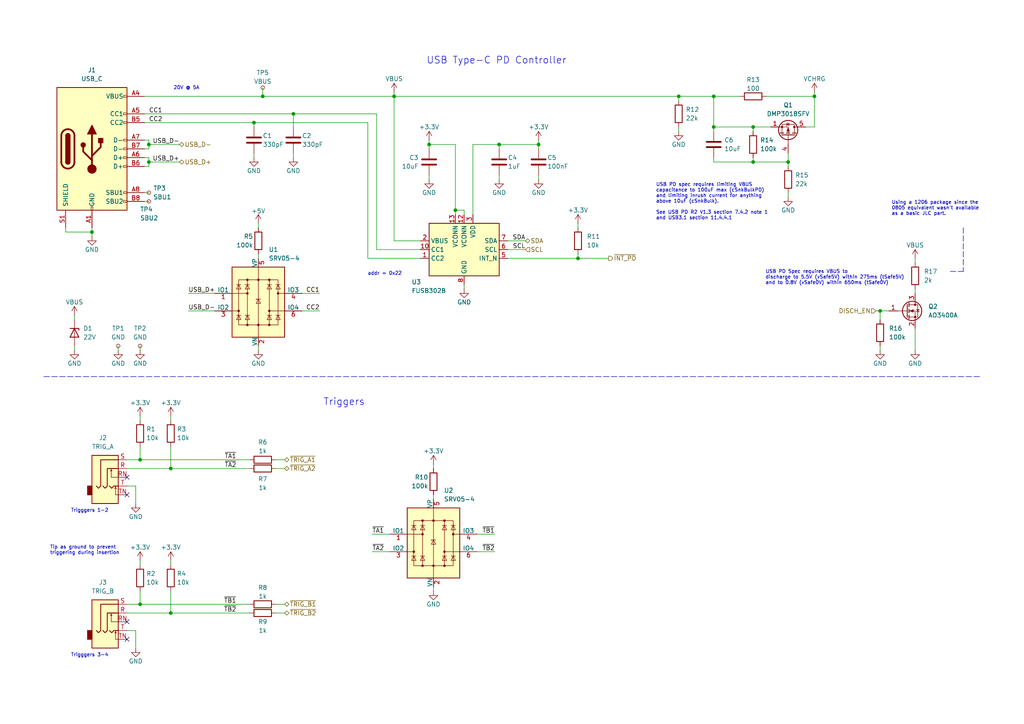
<source format=kicad_sch>
(kicad_sch (version 20231120) (generator "eeschema") (generator_version "8.0")
  (paper "A4")
  (title_block (title "SW32 - Main Board") (date "2024-05-23") (rev "1") (company "saawsm") (comment 4 "USB-PD control and external input triggers."))
  (lib_symbols
    (symbol "Connector:TestPoint_Small" (pin_numbers hide) (pin_names (offset 0.762) hide)
      (property "Reference" "TP" (at 0 3.81 0))
      (property "Value" "TestPoint_Small" (at 0 2.032 0))
      (symbol "TestPoint_Small_0_1"
        (circle (center 0 0) (radius 0.508))
      )
      (symbol "TestPoint_Small_1_1"
        (pin passive line (at 0 0 90) (length 0) (name "1") (number "1"))
      )
    )
    (symbol "Connector:USB_C_Receptacle_USB2.0_16P" (pin_names (offset 1.016))
      (property "Reference" "J" (at 0 22.225 0))
      (property "Value" "USB_C_Receptacle_USB2.0_16P" (at 0 19.685 0))
      (symbol "USB_C_Receptacle_USB2.0_16P_0_0"
        (rectangle (start -0.254 -17.78) (end 0.254 -16.764))
        (rectangle (start 10.16 -14.986) (end 9.144 -15.494))
        (rectangle (start 10.16 -12.446) (end 9.144 -12.954))
        (rectangle (start 10.16 -4.826) (end 9.144 -5.334))
        (rectangle (start 10.16 -2.286) (end 9.144 -2.794))
        (rectangle (start 10.16 0.254) (end 9.144 -0.254))
        (rectangle (start 10.16 2.794) (end 9.144 2.286))
        (rectangle (start 10.16 7.874) (end 9.144 7.366))
        (rectangle (start 10.16 10.414) (end 9.144 9.906))
        (rectangle (start 10.16 15.494) (end 9.144 14.986))
      )
      (symbol "USB_C_Receptacle_USB2.0_16P_0_1"
        (rectangle (start -10.16 17.78) (end 10.16 -17.78) (stroke (width 0.254)) (fill (type background)))
        (arc (start -8.89 -3.81) (mid -6.985 -5.7067) (end -5.08 -3.81) (stroke (width 0.508)))
        (arc (start -7.62 -3.81) (mid -6.985 -4.4423) (end -6.35 -3.81) (stroke (width 0.254)))
        (arc (start -7.62 -3.81) (mid -6.985 -4.4423) (end -6.35 -3.81) (stroke (width 0.254)) (fill (type outline)))
        (rectangle (start -7.62 -3.81) (end -6.35 3.81) (stroke (width 0.254)) (fill (type outline)))
        (arc (start -6.35 3.81) (mid -6.985 4.4423) (end -7.62 3.81) (stroke (width 0.254)))
        (arc (start -6.35 3.81) (mid -6.985 4.4423) (end -7.62 3.81) (stroke (width 0.254)) (fill (type outline)))
        (arc (start -5.08 3.81) (mid -6.985 5.7067) (end -8.89 3.81) (stroke (width 0.508)))
        (circle (center -2.54 1.143) (radius 0.635) (stroke (width 0.254)) (fill (type outline)))
        (circle (center 0 -5.842) (radius 1.27) (fill (type outline)))
        (polyline (pts (xy -8.89 -3.81) (xy -8.89 3.81)) (stroke (width 0.508)))
        (polyline (pts (xy -5.08 3.81) (xy -5.08 -3.81)) (stroke (width 0.508)))
        (polyline (pts (xy 0 -5.842) (xy 0 4.318)) (stroke (width 0.508)))
        (polyline (pts (xy 0 -3.302) (xy -2.54 -0.762) (xy -2.54 0.508)) (stroke (width 0.508)))
        (polyline (pts (xy 0 -2.032) (xy 2.54 0.508) (xy 2.54 1.778)) (stroke (width 0.508)))
        (polyline (pts (xy -1.27 4.318) (xy 0 6.858) (xy 1.27 4.318) (xy -1.27 4.318)) (stroke (width 0.254)) (fill (type outline)))
        (rectangle (start 1.905 1.778) (end 3.175 3.048) (stroke (width 0.254)) (fill (type outline)))
      )
      (symbol "USB_C_Receptacle_USB2.0_16P_1_1"
        (pin passive line (at 0 -22.86 90) (length 5.08) (name "GND") (number "A1"))
        (pin passive line (at 0 -22.86 90) (length 5.08) hide (name "GND") (number "A12"))
        (pin passive line (at 15.24 15.24 180) (length 5.08) (name "VBUS") (number "A4"))
        (pin bidirectional line (at 15.24 10.16 180) (length 5.08) (name "CC1") (number "A5"))
        (pin bidirectional line (at 15.24 -2.54 180) (length 5.08) (name "D+") (number "A6"))
        (pin bidirectional line (at 15.24 2.54 180) (length 5.08) (name "D-") (number "A7"))
        (pin bidirectional line (at 15.24 -12.7 180) (length 5.08) (name "SBU1") (number "A8"))
        (pin passive line (at 15.24 15.24 180) (length 5.08) hide (name "VBUS") (number "A9"))
        (pin passive line (at 0 -22.86 90) (length 5.08) hide (name "GND") (number "B1"))
        (pin passive line (at 0 -22.86 90) (length 5.08) hide (name "GND") (number "B12"))
        (pin passive line (at 15.24 15.24 180) (length 5.08) hide (name "VBUS") (number "B4"))
        (pin bidirectional line (at 15.24 7.62 180) (length 5.08) (name "CC2") (number "B5"))
        (pin bidirectional line (at 15.24 -5.08 180) (length 5.08) (name "D+") (number "B6"))
        (pin bidirectional line (at 15.24 0 180) (length 5.08) (name "D-") (number "B7"))
        (pin bidirectional line (at 15.24 -15.24 180) (length 5.08) (name "SBU2") (number "B8"))
        (pin passive line (at 15.24 15.24 180) (length 5.08) hide (name "VBUS") (number "B9"))
        (pin passive line (at -7.62 -22.86 90) (length 5.08) (name "SHIELD") (number "S1"))
      )
    )
    (symbol "Connector_Audio:AudioJack3_SwitchTR"
      (property "Reference" "J" (at 0 8.89 0))
      (property "Value" "AudioJack3_SwitchTR" (at 0 6.35 0))
      (symbol "AudioJack3_SwitchTR_0_1"
        (rectangle (start -5.08 -5.08) (end -6.35 -7.62) (stroke (width 0.254)) (fill (type outline)))
        (polyline (pts (xy 0.508 -0.254) (xy 0.762 -0.762)))
        (polyline (pts (xy 1.778 -5.334) (xy 2.032 -5.842)))
        (polyline (pts (xy 0 -5.08) (xy 0.635 -5.715) (xy 1.27 -5.08) (xy 2.54 -5.08)) (stroke (width 0.254)))
        (polyline (pts (xy 2.54 -7.62) (xy 1.778 -7.62) (xy 1.778 -5.334) (xy 1.524 -5.842)))
        (polyline (pts (xy 2.54 -2.54) (xy 0.508 -2.54) (xy 0.508 -0.254) (xy 0.254 -0.762)))
        (polyline (pts (xy -1.905 -5.08) (xy -1.27 -5.715) (xy -0.635 -5.08) (xy -0.635 0) (xy 2.54 0)) (stroke (width 0.254)))
        (polyline (pts (xy 2.54 2.54) (xy -2.54 2.54) (xy -2.54 -5.08) (xy -3.175 -5.715) (xy -3.81 -5.08)) (stroke (width 0.254)))
        (rectangle (start 2.54 3.81) (end -5.08 -10.16) (stroke (width 0.254)) (fill (type background)))
      )
      (symbol "AudioJack3_SwitchTR_1_1"
        (pin passive line (at 5.08 0 180) (length 2.54) (name "~") (number "R"))
        (pin passive line (at 5.08 -2.54 180) (length 2.54) (name "~") (number "RN"))
        (pin passive line (at 5.08 2.54 180) (length 2.54) (name "~") (number "S"))
        (pin passive line (at 5.08 -5.08 180) (length 2.54) (name "~") (number "T"))
        (pin passive line (at 5.08 -7.62 180) (length 2.54) (name "~") (number "TN"))
      )
    )
    (symbol "Device:C" (pin_numbers hide) (pin_names (offset 0.254))
      (property "Reference" "C" (at 0.635 2.54 0))
      (property "Value" "C" (at 0.635 -2.54 0))
      (symbol "C_0_1"
        (polyline (pts (xy -2.032 -0.762) (xy 2.032 -0.762)) (stroke (width 0.508)))
        (polyline (pts (xy -2.032 0.762) (xy 2.032 0.762)) (stroke (width 0.508)))
      )
      (symbol "C_1_1"
        (pin passive line (at 0 3.81 270) (length 2.794) (name "~") (number "1"))
        (pin passive line (at 0 -3.81 90) (length 2.794) (name "~") (number "2"))
      )
    )
    (symbol "Device:D_Zener" (pin_numbers hide) (pin_names (offset 1.016) hide)
      (property "Reference" "D" (at 0 2.54 0))
      (property "Value" "D_Zener" (at 0 -2.54 0))
      (symbol "D_Zener_0_1"
        (polyline (pts (xy 1.27 0) (xy -1.27 0)))
        (polyline (pts (xy -1.27 -1.27) (xy -1.27 1.27) (xy -0.762 1.27)) (stroke (width 0.254)))
        (polyline (pts (xy 1.27 -1.27) (xy 1.27 1.27) (xy -1.27 0) (xy 1.27 -1.27)) (stroke (width 0.254)))
      )
      (symbol "D_Zener_1_1"
        (pin passive line (at -3.81 0 0) (length 2.54) (name "K") (number "1"))
        (pin passive line (at 3.81 0 180) (length 2.54) (name "A") (number "2"))
      )
    )
    (symbol "Device:Q_NMOS_GSD" (pin_names (offset 0) hide)
      (property "Reference" "Q" (at 5.08 1.27 0))
      (property "Value" "Q_NMOS_GSD" (at 5.08 -1.27 0))
      (symbol "Q_NMOS_GSD_0_1"
        (polyline (pts (xy 0.254 0) (xy -2.54 0)))
        (polyline (pts (xy 0.254 1.905) (xy 0.254 -1.905)) (stroke (width 0.254)))
        (polyline (pts (xy 0.762 -1.27) (xy 0.762 -2.286)) (stroke (width 0.254)))
        (polyline (pts (xy 0.762 0.508) (xy 0.762 -0.508)) (stroke (width 0.254)))
        (polyline (pts (xy 0.762 2.286) (xy 0.762 1.27)) (stroke (width 0.254)))
        (polyline (pts (xy 2.54 2.54) (xy 2.54 1.778)))
        (polyline (pts (xy 2.54 -2.54) (xy 2.54 0) (xy 0.762 0)))
        (polyline (pts (xy 0.762 -1.778) (xy 3.302 -1.778) (xy 3.302 1.778) (xy 0.762 1.778)))
        (polyline (pts (xy 1.016 0) (xy 2.032 0.381) (xy 2.032 -0.381) (xy 1.016 0)) (fill (type outline)))
        (polyline (pts (xy 2.794 0.508) (xy 2.921 0.381) (xy 3.683 0.381) (xy 3.81 0.254)))
        (polyline (pts (xy 3.302 0.381) (xy 2.921 -0.254) (xy 3.683 -0.254) (xy 3.302 0.381)))
        (circle (center 1.651 0) (radius 2.794) (stroke (width 0.254)))
        (circle (center 2.54 -1.778) (radius 0.254) (fill (type outline)))
        (circle (center 2.54 1.778) (radius 0.254) (fill (type outline)))
      )
      (symbol "Q_NMOS_GSD_1_1"
        (pin input line (at -5.08 0 0) (length 2.54) (name "G") (number "1"))
        (pin passive line (at 2.54 -5.08 90) (length 2.54) (name "S") (number "2"))
        (pin passive line (at 2.54 5.08 270) (length 2.54) (name "D") (number "3"))
      )
    )
    (symbol "Device:R" (pin_numbers hide) (pin_names (offset 0))
      (property "Reference" "R" (at 2.032 0 90))
      (property "Value" "R" (at 0 0 90))
      (symbol "R_0_1"
        (rectangle (start -1.016 -2.54) (end 1.016 2.54) (stroke (width 0.254)))
      )
      (symbol "R_1_1"
        (pin passive line (at 0 3.81 270) (length 1.27) (name "~") (number "1"))
        (pin passive line (at 0 -3.81 90) (length 1.27) (name "~") (number "2"))
      )
    )
    (symbol "Interface_USB:FUSB302BMPX"
      (property "Reference" "U" (at -10.16 8.89 0))
      (property "Value" "FUSB302BMPX" (at 3.81 8.89 0))
      (symbol "FUSB302BMPX_0_1"
        (rectangle (start -10.16 7.62) (end 10.16 -7.62) (stroke (width 0.254)) (fill (type background)))
      )
      (symbol "FUSB302BMPX_1_1"
        (pin bidirectional line (at 12.7 -2.54 180) (length 2.54) (name "CC2") (number "1"))
        (pin bidirectional line (at 12.7 0 180) (length 2.54) (name "CC1") (number "10"))
        (pin bidirectional line (at 12.7 0 180) (length 2.54) hide (name "CC1") (number "11"))
        (pin power_in line (at 0 10.16 270) (length 2.54) (name "VCONN") (number "12"))
        (pin power_in line (at 2.54 10.16 270) (length 2.54) (name "VCONN") (number "13"))
        (pin bidirectional line (at 12.7 -2.54 180) (length 2.54) hide (name "CC2") (number "14"))
        (pin passive line (at 0 -10.16 90) (length 2.54) hide (name "GND") (number "15"))
        (pin input line (at 12.7 2.54 180) (length 2.54) (name "VBUS") (number "2"))
        (pin power_in line (at -2.54 10.16 270) (length 2.54) (name "VDD") (number "3"))
        (pin passive line (at -2.54 10.16 270) (length 2.54) hide (name "VDD") (number "4"))
        (pin open_collector line (at -12.7 -2.54 0) (length 2.54) (name "INT_N") (number "5"))
        (pin input line (at -12.7 0 0) (length 2.54) (name "SCL") (number "6"))
        (pin bidirectional line (at -12.7 2.54 0) (length 2.54) (name "SDA") (number "7"))
        (pin power_in line (at 0 -10.16 90) (length 2.54) (name "GND") (number "8"))
        (pin passive line (at 0 -10.16 90) (length 2.54) hide (name "GND") (number "9"))
      )
    )
    (symbol "Power_Protection:SRV05-4" (pin_names (offset 0))
      (property "Reference" "U" (at -5.08 11.43 0))
      (property "Value" "SRV05-4" (at 2.54 11.43 0))
      (symbol "SRV05-4_0_0"
        (rectangle (start -5.715 6.477) (end 5.715 -6.604))
        (polyline (pts (xy -3.175 -6.604) (xy -3.175 6.477)))
        (polyline (pts (xy 3.175 6.477) (xy 3.175 -6.604)))
      )
      (symbol "SRV05-4_0_1"
        (rectangle (start -7.62 10.16) (end 7.62 -10.16) (stroke (width 0.254)) (fill (type background)))
        (circle (center -5.715 -2.54) (radius 0.2794) (fill (type outline)))
        (circle (center -3.175 -6.604) (radius 0.2794) (fill (type outline)))
        (circle (center -3.175 2.54) (radius 0.2794) (fill (type outline)))
        (circle (center -3.175 6.477) (radius 0.2794) (fill (type outline)))
        (circle (center 0 -6.604) (radius 0.2794) (fill (type outline)))
        (polyline (pts (xy -7.747 2.54) (xy -3.175 2.54)))
        (polyline (pts (xy -7.62 -2.54) (xy -5.715 -2.54)))
        (polyline (pts (xy -5.08 -3.81) (xy -6.35 -3.81)))
        (polyline (pts (xy -5.08 5.08) (xy -6.35 5.08)))
        (polyline (pts (xy -2.54 -3.81) (xy -3.81 -3.81)))
        (polyline (pts (xy -2.54 5.08) (xy -3.81 5.08)))
        (polyline (pts (xy 0 10.16) (xy 0 -10.16)))
        (polyline (pts (xy 3.81 -3.81) (xy 2.54 -3.81)))
        (polyline (pts (xy 3.81 5.08) (xy 2.54 5.08)))
        (polyline (pts (xy 6.35 -3.81) (xy 5.08 -3.81)))
        (polyline (pts (xy 6.35 5.08) (xy 5.08 5.08)))
        (polyline (pts (xy 7.62 -2.54) (xy 3.175 -2.54)))
        (polyline (pts (xy 7.62 2.54) (xy 5.715 2.54)))
        (polyline (pts (xy 0.635 0.889) (xy -0.635 0.889) (xy -0.635 0.635)))
        (polyline (pts (xy -5.08 -5.08) (xy -6.35 -5.08) (xy -5.715 -3.81) (xy -5.08 -5.08)))
        (polyline (pts (xy -5.08 3.81) (xy -6.35 3.81) (xy -5.715 5.08) (xy -5.08 3.81)))
        (polyline (pts (xy -2.54 -5.08) (xy -3.81 -5.08) (xy -3.175 -3.81) (xy -2.54 -5.08)))
        (polyline (pts (xy -2.54 3.81) (xy -3.81 3.81) (xy -3.175 5.08) (xy -2.54 3.81)))
        (polyline (pts (xy 0.635 -0.381) (xy -0.635 -0.381) (xy 0 0.889) (xy 0.635 -0.381)))
        (polyline (pts (xy 3.81 -5.08) (xy 2.54 -5.08) (xy 3.175 -3.81) (xy 3.81 -5.08)))
        (polyline (pts (xy 3.81 3.81) (xy 2.54 3.81) (xy 3.175 5.08) (xy 3.81 3.81)))
        (polyline (pts (xy 6.35 -5.08) (xy 5.08 -5.08) (xy 5.715 -3.81) (xy 6.35 -5.08)))
        (polyline (pts (xy 6.35 3.81) (xy 5.08 3.81) (xy 5.715 5.08) (xy 6.35 3.81)))
        (circle (center 0 6.477) (radius 0.2794) (fill (type outline)))
        (circle (center 3.175 -6.604) (radius 0.2794) (fill (type outline)))
        (circle (center 3.175 -2.54) (radius 0.2794) (fill (type outline)))
        (circle (center 3.175 6.477) (radius 0.2794) (fill (type outline)))
        (circle (center 5.715 2.54) (radius 0.2794) (fill (type outline)))
      )
      (symbol "SRV05-4_1_1"
        (pin passive line (at -12.7 2.54 0) (length 5.08) (name "IO1") (number "1"))
        (pin passive line (at 0 -12.7 90) (length 2.54) (name "VN") (number "2"))
        (pin passive line (at -12.7 -2.54 0) (length 5.08) (name "IO2") (number "3"))
        (pin passive line (at 12.7 2.54 180) (length 5.08) (name "IO3") (number "4"))
        (pin passive line (at 0 12.7 270) (length 2.54) (name "VP") (number "5"))
        (pin passive line (at 12.7 -2.54 180) (length 5.08) (name "IO4") (number "6"))
      )
    )
    (symbol "Transistor_FET:DMP3013SFV" (pin_names hide)
      (property "Reference" "Q" (at 5.08 1.905 0))
      (property "Value" "DMP3013SFV" (at 5.08 0 0))
      (symbol "DMP3013SFV_0_1"
        (polyline (pts (xy 0.254 0) (xy -2.54 0)))
        (polyline (pts (xy 0.254 1.905) (xy 0.254 -1.905)) (stroke (width 0.254)))
        (polyline (pts (xy 0.762 -1.27) (xy 0.762 -2.286)) (stroke (width 0.254)))
        (polyline (pts (xy 0.762 0.508) (xy 0.762 -0.508)) (stroke (width 0.254)))
        (polyline (pts (xy 0.762 2.286) (xy 0.762 1.27)) (stroke (width 0.254)))
        (polyline (pts (xy 2.54 2.54) (xy 2.54 1.778)))
        (polyline (pts (xy 2.54 -2.54) (xy 2.54 0) (xy 0.762 0)))
        (polyline (pts (xy 0.762 1.778) (xy 3.302 1.778) (xy 3.302 -1.778) (xy 0.762 -1.778)))
        (polyline (pts (xy 2.286 0) (xy 1.27 0.381) (xy 1.27 -0.381) (xy 2.286 0)) (fill (type outline)))
        (polyline (pts (xy 2.794 -0.508) (xy 2.921 -0.381) (xy 3.683 -0.381) (xy 3.81 -0.254)))
        (polyline (pts (xy 3.302 -0.381) (xy 2.921 0.254) (xy 3.683 0.254) (xy 3.302 -0.381)))
        (circle (center 1.651 0) (radius 2.794) (stroke (width 0.254)))
        (circle (center 2.54 -1.778) (radius 0.254) (fill (type outline)))
        (circle (center 2.54 1.778) (radius 0.254) (fill (type outline)))
      )
      (symbol "DMP3013SFV_1_1"
        (pin passive line (at 2.54 -5.08 90) (length 2.54) (name "S") (number "1"))
        (pin passive line (at 2.54 -5.08 90) (length 2.54) hide (name "S") (number "2"))
        (pin passive line (at 2.54 -5.08 90) (length 2.54) hide (name "S") (number "3"))
        (pin passive line (at -5.08 0 0) (length 2.54) (name "G") (number "4"))
        (pin passive line (at 2.54 5.08 270) (length 2.54) (name "D") (number "5"))
      )
    )
    (symbol "power:+3.3V" (power) (pin_numbers hide) (pin_names (offset 0) hide)
      (property "Value" "+3.3V" (at 0 3.556 0))
      (symbol "+3.3V_0_1"
        (polyline (pts (xy -0.762 1.27) (xy 0 2.54)))
        (polyline (pts (xy 0 0) (xy 0 2.54)))
        (polyline (pts (xy 0 2.54) (xy 0.762 1.27)))
      )
      (symbol "+3.3V_1_1"
        (pin power_in line (at 0 0 90) (length 0) (name "~") (number "1"))
      )
    )
    (symbol "power:+5V" (power) (pin_numbers hide) (pin_names (offset 0) hide)
      (property "Value" "+5V" (at 0 3.556 0))
      (symbol "+5V_0_1"
        (polyline (pts (xy -0.762 1.27) (xy 0 2.54)))
        (polyline (pts (xy 0 0) (xy 0 2.54)))
        (polyline (pts (xy 0 2.54) (xy 0.762 1.27)))
      )
      (symbol "+5V_1_1"
        (pin power_in line (at 0 0 90) (length 0) (name "~") (number "1"))
      )
    )
    (symbol "power:GND" (power) (pin_numbers hide) (pin_names (offset 0) hide)
      (property "Value" "GND" (at 0 -3.81 0))
      (symbol "GND_0_1"
        (polyline (pts (xy 0 0) (xy 0 -1.27) (xy 1.27 -1.27) (xy 0 -2.54) (xy -1.27 -1.27) (xy 0 -1.27)))
      )
      (symbol "GND_1_1"
        (pin power_in line (at 0 0 270) (length 0) (name "~") (number "1"))
      )
    )
    (symbol "power:PWR_FLAG" (power) (pin_numbers hide) (pin_names (offset 0) hide)
      (property "Value" "PWR_FLAG" (at 0 3.81 0))
      (symbol "PWR_FLAG_0_0"
        (pin power_out line (at 0 0 90) (length 0) (name "~") (number "1"))
      )
      (symbol "PWR_FLAG_0_1"
        (polyline (pts (xy 0 0) (xy 0 1.27) (xy -1.016 1.905) (xy 0 2.54) (xy 1.016 1.905) (xy 0 1.27)))
      )
    )
    (symbol "power:VBUS" (power) (pin_numbers hide) (pin_names (offset 0) hide)
      (property "Value" "VBUS" (at 0 3.556 0))
      (symbol "VBUS_0_1"
        (polyline (pts (xy -0.762 1.27) (xy 0 2.54)))
        (polyline (pts (xy 0 0) (xy 0 2.54)))
        (polyline (pts (xy 0 2.54) (xy 0.762 1.27)))
      )
      (symbol "VBUS_1_1"
        (pin power_in line (at 0 0 90) (length 0) (name "~") (number "1"))
      )
    )
  )
  (junction (at 132.08 60.96))
  (junction (at 167.64 74.93))
  (junction (at 144.78 41.91))
  (junction (at 196.85 27.94))
  (junction (at 43.18 46.99))
  (junction (at 218.44 36.83))
  (junction (at 40.64 133.35))
  (junction (at 43.18 41.91))
  (junction (at 228.6 46.99))
  (junction (at 236.22 27.94))
  (junction (at 207.01 36.83))
  (junction (at 85.09 33.02))
  (junction (at 156.21 41.91))
  (junction (at 40.64 175.26))
  (junction (at 26.67 67.31))
  (junction (at 124.46 41.91))
  (junction (at 49.53 177.8))
  (junction (at 218.44 46.99))
  (junction (at 207.01 27.94))
  (junction (at 255.27 90.17))
  (junction (at 49.53 135.89))
  (junction (at 73.66 35.56))
  (junction (at 114.3 27.94))
  (junction (at 76.2 27.94))
  (no_connect (at 36.83 143.51))
  (no_connect (at 36.83 138.43))
  (no_connect (at 36.83 185.42))
  (no_connect (at 36.83 180.34))
  (wire (pts (xy 40.64 171.45) (xy 40.64 175.26)))
  (wire (pts (xy 26.67 68.58) (xy 26.67 67.31)))
  (wire (pts (xy 228.6 55.88) (xy 228.6 57.15)))
  (wire (pts (xy 265.43 95.25) (xy 265.43 101.6)))
  (wire (pts (xy 218.44 36.83) (xy 223.52 36.83)))
  (wire (pts (xy 144.78 52.07) (xy 144.78 50.8)))
  (wire (pts (xy 255.27 100.33) (xy 255.27 101.6)))
  (wire (pts (xy 255.27 90.17) (xy 255.27 92.71)))
  (wire (pts (xy 21.59 101.6) (xy 21.59 100.33)))
  (wire (pts (xy 87.63 90.17) (xy 92.71 90.17)))
  (wire (pts (xy 41.91 43.18) (xy 43.18 43.18)))
  (wire (pts (xy 36.83 133.35) (xy 40.64 133.35)))
  (wire (pts (xy 114.3 26.67) (xy 114.3 27.94)))
  (wire (pts (xy 114.3 69.85) (xy 114.3 27.94)))
  (wire (pts (xy 196.85 27.94) (xy 207.01 27.94)))
  (wire (pts (xy 80.01 135.89) (xy 82.55 135.89)))
  (wire (pts (xy 39.37 182.88) (xy 36.83 182.88)))
  (wire (pts (xy 124.46 41.91) (xy 132.08 41.91)))
  (wire (pts (xy 156.21 52.07) (xy 156.21 50.8)))
  (wire (pts (xy 74.93 73.66) (xy 74.93 74.93)))
  (wire (pts (xy 43.18 40.64) (xy 43.18 41.91)))
  (wire (pts (xy 76.2 25.4) (xy 76.2 27.94)))
  (wire (pts (xy 41.91 35.56) (xy 73.66 35.56)))
  (wire (pts (xy 222.25 27.94) (xy 236.22 27.94)))
  (wire (pts (xy 125.73 143.51) (xy 125.73 144.78)))
  (wire (pts (xy 43.18 41.91) (xy 52.07 41.91)))
  (wire (pts (xy 143.51 160.02) (xy 138.43 160.02)))
  (wire (pts (xy 138.43 154.94) (xy 143.51 154.94)))
  (wire (pts (xy 218.44 219.71) (xy 218.44 218.44)))
  (wire (pts (xy 74.93 64.77) (xy 74.93 66.04)))
  (wire (pts (xy 114.3 27.94) (xy 196.85 27.94)))
  (wire (pts (xy 41.91 45.72) (xy 43.18 45.72)))
  (wire (pts (xy 265.43 83.82) (xy 265.43 85.09)))
  (wire (pts (xy 218.44 45.72) (xy 218.44 46.99)))
  (wire (pts (xy 236.22 36.83) (xy 233.68 36.83)))
  (wire (pts (xy 114.3 69.85) (xy 121.92 69.85)))
  (wire (pts (xy 134.62 83.82) (xy 134.62 82.55)))
  (wire (pts (xy 49.53 177.8) (xy 72.39 177.8)))
  (wire (pts (xy 49.53 129.54) (xy 49.53 135.89)))
  (wire (pts (xy 49.53 162.56) (xy 49.53 163.83)))
  (wire (pts (xy 167.64 74.93) (xy 176.53 74.93)))
  (wire (pts (xy 73.66 44.45) (xy 73.66 45.72)))
  (wire (pts (xy 107.95 154.94) (xy 113.03 154.94)))
  (polyline (pts (xy 279.4 66.04) (xy 279.4 78.74)) (stroke (width 0) (type dash)))
  (wire (pts (xy 228.6 44.45) (xy 228.6 46.99)))
  (wire (pts (xy 39.37 146.05) (xy 39.37 140.97)))
  (wire (pts (xy 85.09 33.02) (xy 109.22 33.02)))
  (wire (pts (xy 167.64 64.77) (xy 167.64 66.04)))
  (wire (pts (xy 254 90.17) (xy 255.27 90.17)))
  (wire (pts (xy 40.64 120.65) (xy 40.64 121.92)))
  (wire (pts (xy 76.2 27.94) (xy 114.3 27.94)))
  (wire (pts (xy 36.83 135.89) (xy 49.53 135.89)))
  (wire (pts (xy 167.64 73.66) (xy 167.64 74.93)))
  (wire (pts (xy 125.73 171.45) (xy 125.73 170.18)))
  (wire (pts (xy 256.54 219.71) (xy 256.54 218.44)))
  (wire (pts (xy 132.08 41.91) (xy 132.08 60.96)))
  (wire (pts (xy 41.91 40.64) (xy 43.18 40.64)))
  (wire (pts (xy 228.6 46.99) (xy 228.6 48.26)))
  (wire (pts (xy 34.29 101.6) (xy 34.29 100.33)))
  (wire (pts (xy 207.01 36.83) (xy 218.44 36.83)))
  (wire (pts (xy 236.22 26.67) (xy 236.22 27.94)))
  (wire (pts (xy 144.78 41.91) (xy 144.78 43.18)))
  (wire (pts (xy 26.67 66.04) (xy 26.67 67.31)))
  (wire (pts (xy 36.83 177.8) (xy 49.53 177.8)))
  (wire (pts (xy 73.66 36.83) (xy 73.66 35.56)))
  (wire (pts (xy 137.16 41.91) (xy 144.78 41.91)))
  (wire (pts (xy 132.08 60.96) (xy 132.08 62.23)))
  (wire (pts (xy 106.68 35.56) (xy 106.68 74.93)))
  (wire (pts (xy 80.01 133.35) (xy 82.55 133.35)))
  (wire (pts (xy 245.11 218.44) (xy 245.11 219.71)))
  (wire (pts (xy 147.32 72.39) (xy 152.4 72.39)))
  (wire (pts (xy 19.05 67.31) (xy 26.67 67.31)))
  (wire (pts (xy 196.85 36.83) (xy 196.85 38.1)))
  (wire (pts (xy 125.73 134.62) (xy 125.73 135.89)))
  (wire (pts (xy 124.46 43.18) (xy 124.46 41.91)))
  (wire (pts (xy 80.01 177.8) (xy 82.55 177.8)))
  (wire (pts (xy 218.44 36.83) (xy 218.44 38.1)))
  (wire (pts (xy 87.63 85.09) (xy 92.71 85.09)))
  (wire (pts (xy 106.68 74.93) (xy 121.92 74.93)))
  (wire (pts (xy 41.91 58.42) (xy 43.18 58.42)))
  (wire (pts (xy 265.43 74.93) (xy 265.43 76.2)))
  (wire (pts (xy 144.78 41.91) (xy 156.21 41.91)))
  (wire (pts (xy 40.64 162.56) (xy 40.64 163.83)))
  (wire (pts (xy 43.18 48.26) (xy 41.91 48.26)))
  (wire (pts (xy 207.01 27.94) (xy 207.01 36.83)))
  (wire (pts (xy 236.22 27.94) (xy 236.22 36.83)))
  (wire (pts (xy 40.64 129.54) (xy 40.64 133.35)))
  (polyline (pts (xy 12.7 109.22) (xy 284.48 109.22)) (stroke (width 0) (type dash)))
  (wire (pts (xy 49.53 120.65) (xy 49.53 121.92)))
  (wire (pts (xy 207.01 36.83) (xy 207.01 38.1)))
  (wire (pts (xy 196.85 27.94) (xy 196.85 29.21)))
  (wire (pts (xy 41.91 55.88) (xy 43.18 55.88)))
  (wire (pts (xy 124.46 52.07) (xy 124.46 50.8)))
  (wire (pts (xy 54.61 85.09) (xy 62.23 85.09)))
  (wire (pts (xy 109.22 72.39) (xy 121.92 72.39)))
  (wire (pts (xy 207.01 46.99) (xy 218.44 46.99)))
  (wire (pts (xy 124.46 40.64) (xy 124.46 41.91)))
  (wire (pts (xy 36.83 175.26) (xy 40.64 175.26)))
  (wire (pts (xy 147.32 69.85) (xy 152.4 69.85)))
  (wire (pts (xy 43.18 46.99) (xy 52.07 46.99)))
  (wire (pts (xy 85.09 44.45) (xy 85.09 45.72)))
  (wire (pts (xy 147.32 74.93) (xy 167.64 74.93)))
  (wire (pts (xy 39.37 140.97) (xy 36.83 140.97)))
  (wire (pts (xy 134.62 60.96) (xy 134.62 62.23)))
  (wire (pts (xy 85.09 33.02) (xy 85.09 36.83)))
  (wire (pts (xy 214.63 27.94) (xy 207.01 27.94)))
  (wire (pts (xy 137.16 41.91) (xy 137.16 62.23)))
  (wire (pts (xy 156.21 40.64) (xy 156.21 41.91)))
  (wire (pts (xy 255.27 90.17) (xy 257.81 90.17)))
  (wire (pts (xy 54.61 90.17) (xy 62.23 90.17)))
  (wire (pts (xy 43.18 46.99) (xy 43.18 48.26)))
  (wire (pts (xy 40.64 101.6) (xy 40.64 100.33)))
  (wire (pts (xy 109.22 72.39) (xy 109.22 33.02)))
  (wire (pts (xy 229.87 219.71) (xy 229.87 218.44)))
  (polyline (pts (xy 275.59 78.74) (xy 279.4 78.74)) (stroke (width 0) (type dash)))
  (wire (pts (xy 49.53 135.89) (xy 72.39 135.89)))
  (wire (pts (xy 19.05 66.04) (xy 19.05 67.31)))
  (wire (pts (xy 40.64 175.26) (xy 72.39 175.26)))
  (wire (pts (xy 73.66 35.56) (xy 106.68 35.56)))
  (wire (pts (xy 207.01 45.72) (xy 207.01 46.99)))
  (wire (pts (xy 41.91 33.02) (xy 85.09 33.02)))
  (wire (pts (xy 74.93 101.6) (xy 74.93 100.33)))
  (wire (pts (xy 43.18 45.72) (xy 43.18 46.99)))
  (wire (pts (xy 80.01 175.26) (xy 82.55 175.26)))
  (wire (pts (xy 43.18 41.91) (xy 43.18 43.18)))
  (wire (pts (xy 21.59 91.44) (xy 21.59 92.71)))
  (wire (pts (xy 134.62 60.96) (xy 132.08 60.96)))
  (wire (pts (xy 49.53 171.45) (xy 49.53 177.8)))
  (wire (pts (xy 218.44 219.71) (xy 229.87 219.71)))
  (wire (pts (xy 40.64 133.35) (xy 72.39 133.35)))
  (wire (pts (xy 228.6 46.99) (xy 218.44 46.99)))
  (wire (pts (xy 41.91 27.94) (xy 76.2 27.94)))
  (wire (pts (xy 107.95 160.02) (xy 113.03 160.02)))
  (wire (pts (xy 156.21 43.18) (xy 156.21 41.91)))
  (wire (pts (xy 245.11 219.71) (xy 256.54 219.71)))
  (wire (pts (xy 39.37 187.96) (xy 39.37 182.88)))
  (text "USB Type-C PD Controller" (at 144.018 18.796 0) (effects (font (size 2 2)) (justify bottom)))
  (text "Triggers" (at 99.822 117.856 0) (effects (font (size 2 2)) (justify bottom)))
  (text "Trigggers 3-4" (at 31.496 189.484 0) (effects (font (size 1 1)) (justify right top)))
  (text "20V @ 5A" (at 50.292 26.162 0) (effects (font (size 1 1)) (justify left bottom)))
  (text "USB PD spec requires limiting VBUS \ncapacitance to 100uF max (cSnkBulkPD) \nand limiting inrush current for anything \nabove 10uF (cSnkBulk).\n\nSee USB PD R2 V1.3 section 7.4.2 note 1\nand USB3.1 section 11.4.4.1 \n" (at 190.246 53.086 0) (effects (font (size 1 1)) (justify left top)))
  (text "Tip as ground to prevent\ntriggering during insertion" (at 14.478 158.242 0) (effects (font (size 1 1)) (justify left top)))
  (text "Using a 1206 package since the\n0805 equivalent wasn't available \nas a basic JLC part." (at 258.572 60.452 0) (effects (font (size 1 1)) (justify left)))
  (text "USB PD Spec requires VBUS to \ndischarge to 5.5V (vSafe5V) within 275ms (tSafe5V)\nand to 0.8V (vSafe0V) within 650ms (tSafe0V)" (at 221.996 80.518 0) (effects (font (size 1 1)) (justify left)))
  (text "addr = 0x22" (at 116.586 80.01 0) (effects (font (size 1 1)) (justify right bottom)))
  (text "Trigggers 1-2" (at 31.496 147.574 0) (effects (font (size 1 1)) (justify right top)))
  (label "~{TA2}" (at 68.58 135.89 180))
  (label "SCL" (at 152.4 72.39 180))
  (label "SDA" (at 152.4 69.85 180))
  (label "USB_D+" (at 54.61 85.09 0))
  (label "~{TA2}" (at 107.95 160.02 0))
  (label "USB_D+" (at 52.07 46.99 180))
  (label "CC1" (at 43.18 33.02 0))
  (label "CC2" (at 92.71 90.17 180))
  (label "CC2" (at 43.18 35.56 0))
  (label "~{TB2}" (at 68.58 177.8 180))
  (label "~{TA1}" (at 107.95 154.94 0))
  (label "USB_D-" (at 54.61 90.17 0))
  (label "~{TB2}" (at 143.51 160.02 180))
  (label "USB_D-" (at 52.07 41.91 180))
  (label "~{TB1}" (at 143.51 154.94 180))
  (label "CC1" (at 92.71 85.09 180))
  (label "~{TA1}" (at 68.58 133.35 180))
  (label "~{TB1}" (at 68.58 175.26 180))
  (hierarchical_label "USB_D+" (shape bidirectional) (at 52.07 46.99 0))
  (hierarchical_label "~{TRIG_A2}" (shape bidirectional) (at 82.55 135.89 0))
  (hierarchical_label "~{TRIG_B2}" (shape bidirectional) (at 82.55 177.8 0))
  (hierarchical_label "~{INT_PD}" (shape output) (at 176.53 74.93 0))
  (hierarchical_label "USB_D-" (shape bidirectional) (at 52.07 41.91 0))
  (hierarchical_label "~{TRIG_B1}" (shape bidirectional) (at 82.55 175.26 0))
  (hierarchical_label "DISCH_EN" (shape input) (at 254 90.17 180))
  (hierarchical_label "SDA" (shape bidirectional) (at 152.4 69.85 0))
  (hierarchical_label "SCL" (shape input) (at 152.4 72.39 0))
  (hierarchical_label "~{TRIG_A1}" (shape bidirectional) (at 82.55 133.35 0))
  (symbol (lib_id "power:VBUS") (at 114.3 26.67 0) (unit 1)
    (property "Reference" "#PWR016" (effects (hide yes)))
    (property "Value" "VBUS" (at 114.3 22.86 0))
    (property "Description" "Power symbol creates a global label with name \"VBUS\"" (effects (hide yes)))
  )
  (symbol (lib_id "power:+3.3V") (at 49.53 162.56 0) (unit 1)
    (property "Reference" "#PWR011" (effects (hide yes)))
    (property "Value" "+3.3V" (at 49.53 158.75 0))
    (property "Description" "Power symbol creates a global label with name \"+3.3V\"" (effects (hide yes)))
  )
  (symbol (lib_id "Connector:TestPoint_Small") (at 43.18 58.42 0) (mirror y) (unit 1) (in_bom no)
    (property "Reference" "TP4" (at 40.64 60.706 0) (effects (justify right)))
    (property "Value" "SBU2" (at 40.64 63.246 0) (effects (justify right)))
    (property "Footprint" "TestPoint:TestPoint_Pad_D1.0mm" (effects (hide yes)))
    (property "Description" "test point" (effects (hide yes)))
  )
  (symbol (lib_id "power:GND") (at 144.78 52.07 0) (unit 1)
    (property "Reference" "#PWR022" (effects (hide yes)))
    (property "Value" "GND" (at 144.78 55.88 0))
    (property "Description" "Power symbol creates a global label with name \"GND\" , ground" (effects (hide yes)))
  )
  (symbol (lib_id "Transistor_FET:DMP3013SFV") (at 228.6 39.37 270) (mirror x) (unit 1)
    (property "Reference" "Q1" (at 228.6 30.48 90))
    (property "Value" "DMP3018SFV" (at 228.6 33.02 90))
    (property "Footprint" "Package_SON:Diodes_PowerDI3333-8" (effects (hide yes)))
    (property "Datasheet" "https://www.diodes.com/assets/Datasheets/DMP3018SFV.pdf" (effects (hide yes)))
    (property "Description" "-30A Id, -30V Vds, P-Channel Power MOSFET, 21mOhm Ron, Qg (typ) 28 nC, PowerDI3333-8" (effects (hide yes)))
    (property "JLC" "C461075" (effects (hide yes)))
  )
  (symbol (lib_id "Device:R") (at 76.2 177.8 90) (unit 1)
    (property "Reference" "R9" (at 76.2 180.34 90))
    (property "Value" "1k" (at 76.2 182.88 90))
    (property "Footprint" "Resistor_SMD:R_0603_1608Metric" (effects (hide yes)))
    (property "Datasheet" "https://www.lcsc.com/datasheet/lcsc_datasheet_2206010130_UNI-ROYAL-Uniroyal-Elec-0603WAF1001T5E_C21190.pdf" (effects (hide yes)))
    (property "Description" "Resistor" (effects (hide yes)))
    (property "JLC" "C21190" (effects (hide yes)))
  )
  (symbol (lib_id "Connector_Audio:AudioJack3_SwitchTR") (at 31.75 177.8 0) (unit 1)
    (property "Reference" "J3" (at 29.845 168.91 0))
    (property "Value" "TRIG_B" (at 29.845 171.45 0))
    (property "Footprint" "SaawLib:PJ-3062-CO" (effects (hide yes)))
    (property "Description" "Audio Jack, 3 Poles (Stereo / TRS), Switched TR Poles (Normalling)" (effects (hide yes)))
    (property "LCSC" "C319113" (effects (hide yes)))
  )
  (symbol (lib_id "Device:R") (at 76.2 175.26 90) (unit 1)
    (property "Reference" "R8" (at 76.2 170.434 90))
    (property "Value" "1k" (at 76.2 172.974 90))
    (property "Footprint" "Resistor_SMD:R_0603_1608Metric" (effects (hide yes)))
    (property "Datasheet" "https://www.lcsc.com/datasheet/lcsc_datasheet_2206010130_UNI-ROYAL-Uniroyal-Elec-0603WAF1001T5E_C21190.pdf" (effects (hide yes)))
    (property "Description" "Resistor" (effects (hide yes)))
    (property "JLC" "C21190" (effects (hide yes)))
  )
  (symbol (lib_id "Device:C") (at 85.09 40.64 0) (unit 1)
    (property "Reference" "C2" (at 87.63 39.37 0) (effects (justify left)))
    (property "Value" "330pF" (at 87.63 41.91 0) (effects (justify left)))
    (property "Footprint" "Capacitor_SMD:C_0603_1608Metric" (effects (hide yes)))
    (property "Datasheet" "https://www.lcsc.com/datasheet/lcsc_datasheet_2304140030_Samsung-Electro-Mechanics-CL10C331JB8NNNC_C1664.pdf" (effects (hide yes)))
    (property "Description" "Unpolarized capacitor" (effects (hide yes)))
    (property "JLC" "C1664" (effects (hide yes)))
  )
  (symbol (lib_id "Device:R") (at 167.64 69.85 180) (unit 1)
    (property "Reference" "R11" (at 170.18 68.5799 0) (effects (justify right)))
    (property "Value" "10k" (at 170.18 71.1199 0) (effects (justify right)))
    (property "Footprint" "Resistor_SMD:R_0603_1608Metric" (effects (hide yes)))
    (property "Datasheet" "https://www.lcsc.com/datasheet/lcsc_datasheet_2206010045_UNI-ROYAL-Uniroyal-Elec-0603WAF1002T5E_C25804.pdf" (effects (hide yes)))
    (property "Description" "Resistor" (effects (hide yes)))
    (property "JLC" "C25804" (effects (hide yes)))
  )
  (symbol (lib_id "Device:R") (at 218.44 27.94 90) (unit 1)
    (property "Reference" "R13" (at 218.44 23.114 90))
    (property "Value" "100" (at 218.44 25.654 90))
    (property "Footprint" "Resistor_SMD:R_1206_3216Metric" (effects (hide yes)))
    (property "Datasheet" "https://www.lcsc.com/datasheet/lcsc_datasheet_2206010145_UNI-ROYAL-Uniroyal-Elec-1206W4F1000T5E_C17901.pdf" (effects (hide yes)))
    (property "Description" "Resistor" (effects (hide yes)))
    (property "JLC" "C17901" (effects (hide yes)))
  )
  (symbol (lib_id "Device:R") (at 40.64 167.64 180) (unit 1)
    (property "Reference" "R2" (at 42.418 166.37 0) (effects (justify right)))
    (property "Value" "10k" (at 42.418 168.91 0) (effects (justify right)))
    (property "Footprint" "Resistor_SMD:R_0603_1608Metric" (effects (hide yes)))
    (property "Datasheet" "https://www.lcsc.com/datasheet/lcsc_datasheet_2206010045_UNI-ROYAL-Uniroyal-Elec-0603WAF1002T5E_C25804.pdf" (effects (hide yes)))
    (property "Description" "Resistor" (effects (hide yes)))
    (property "JLC" "C25804" (effects (hide yes)))
  )
  (symbol (lib_id "Device:R") (at 40.64 125.73 180) (unit 1)
    (property "Reference" "R1" (at 42.418 124.46 0) (effects (justify right)))
    (property "Value" "10k" (at 42.418 127 0) (effects (justify right)))
    (property "Footprint" "Resistor_SMD:R_0603_1608Metric" (effects (hide yes)))
    (property "Datasheet" "https://www.lcsc.com/datasheet/lcsc_datasheet_2206010045_UNI-ROYAL-Uniroyal-Elec-0603WAF1002T5E_C25804.pdf" (effects (hide yes)))
    (property "Description" "Resistor" (effects (hide yes)))
    (property "JLC" "C25804" (effects (hide yes)))
  )
  (symbol (lib_id "Device:R") (at 49.53 125.73 180) (unit 1)
    (property "Reference" "R3" (at 51.308 124.46 0) (effects (justify right)))
    (property "Value" "10k" (at 51.308 127 0) (effects (justify right)))
    (property "Footprint" "Resistor_SMD:R_0603_1608Metric" (effects (hide yes)))
    (property "Datasheet" "https://www.lcsc.com/datasheet/lcsc_datasheet_2206010045_UNI-ROYAL-Uniroyal-Elec-0603WAF1002T5E_C25804.pdf" (effects (hide yes)))
    (property "Description" "Resistor" (effects (hide yes)))
    (property "JLC" "C25804" (effects (hide yes)))
  )
  (symbol (lib_id "Device:Q_NMOS_GSD") (at 262.89 90.17 0) (unit 1)
    (property "Reference" "Q2" (at 269.24 88.8999 0) (effects (justify left)))
    (property "Value" "AO3400A" (at 269.24 91.4399 0) (effects (justify left)))
    (property "Footprint" "Package_TO_SOT_SMD:SOT-23" (effects (hide yes)))
    (property "Datasheet" "https://www.lcsc.com/datasheet/lcsc_datasheet_1811081213_Alpha---Omega-Semicon-AO3400A_C20917.pdf" (effects (hide yes)))
    (property "Description" "5.7A Id, 30V Vds, N-Channel MOSFET, 48 mOhm Ron, SOT-23" (effects (hide yes)))
    (property "JLC" "C20917" (effects (hide yes)))
  )
  (symbol (lib_id "power:GND") (at 156.21 52.07 0) (unit 1)
    (property "Reference" "#PWR024" (effects (hide yes)))
    (property "Value" "GND" (at 156.21 55.88 0))
    (property "Description" "Power symbol creates a global label with name \"GND\" , ground" (effects (hide yes)))
  )
  (symbol (lib_id "power:GND") (at 34.29 101.6 0) (unit 1)
    (property "Reference" "#PWR04" (effects (hide yes)))
    (property "Value" "GND" (at 34.29 105.41 0))
    (property "Description" "Power symbol creates a global label with name \"GND\" , ground" (effects (hide yes)))
  )
  (symbol (lib_id "Device:R") (at 76.2 135.89 90) (unit 1)
    (property "Reference" "R7" (at 76.2 138.938 90))
    (property "Value" "1k" (at 76.2 141.478 90))
    (property "Footprint" "Resistor_SMD:R_0603_1608Metric" (effects (hide yes)))
    (property "Datasheet" "https://www.lcsc.com/datasheet/lcsc_datasheet_2206010130_UNI-ROYAL-Uniroyal-Elec-0603WAF1001T5E_C21190.pdf" (effects (hide yes)))
    (property "Description" "Resistor" (effects (hide yes)))
    (property "JLC" "C21190" (effects (hide yes)))
  )
  (symbol (lib_id "power:PWR_FLAG") (at 256.54 218.44 0) (unit 1)
    (property "Reference" "#FLG02" (effects (hide yes)))
    (property "Value" "PWR_FLAG" (at 256.54 214.63 0))
    (property "Description" "Special symbol for telling ERC where power comes from" (effects (hide yes)))
  )
  (symbol (lib_id "Connector:TestPoint_Small") (at 34.29 100.33 0) (mirror y) (unit 1) (in_bom no)
    (property "Reference" "TP1" (at 34.29 95.25 0))
    (property "Value" "GND" (at 34.29 97.79 0))
    (property "Footprint" "TestPoint:TestPoint_Pad_D1.0mm" (effects (hide yes)))
    (property "Description" "test point" (effects (hide yes)))
  )
  (symbol (lib_id "Device:R") (at 125.73 139.7 180) (unit 1)
    (property "Reference" "R10" (at 124.206 138.43 0) (effects (justify left)))
    (property "Value" "100k" (at 124.206 140.97 0) (effects (justify left)))
    (property "Footprint" "Resistor_SMD:R_0603_1608Metric" (effects (hide yes)))
    (property "Datasheet" "https://www.lcsc.com/datasheet/lcsc_datasheet_2206010045_UNI-ROYAL-Uniroyal-Elec-0603WAF1003T5E_C25803.pdf" (effects (hide yes)))
    (property "Description" "Resistor" (effects (hide yes)))
    (property "JLC" "C25803" (effects (hide yes)))
  )
  (symbol (lib_id "power:GND") (at 255.27 101.6 0) (unit 1)
    (property "Reference" "#PWR031" (effects (hide yes)))
    (property "Value" "GND" (at 255.27 105.41 0))
    (property "Description" "Power symbol creates a global label with name \"GND\" , ground" (effects (hide yes)))
  )
  (symbol (lib_id "Device:R") (at 255.27 96.52 180) (unit 1)
    (property "Reference" "R16" (at 257.81 95.2499 0) (effects (justify right)))
    (property "Value" "100k" (at 257.81 97.7899 0) (effects (justify right)))
    (property "Footprint" "Resistor_SMD:R_0603_1608Metric" (effects (hide yes)))
    (property "Datasheet" "https://www.lcsc.com/datasheet/lcsc_datasheet_2206010045_UNI-ROYAL-Uniroyal-Elec-0603WAF1003T5E_C25803.pdf" (effects (hide yes)))
    (property "Description" "Resistor" (effects (hide yes)))
    (property "JLC" "C25803" (effects (hide yes)))
  )
  (symbol (lib_id "Device:R") (at 265.43 80.01 180) (unit 1)
    (property "Reference" "R17" (at 267.97 78.7399 0) (effects (justify right)))
    (property "Value" "2k" (at 267.97 81.2799 0) (effects (justify right)))
    (property "Footprint" "Resistor_SMD:R_1206_3216Metric" (effects (hide yes)))
    (property "Datasheet" "https://www.lcsc.com/datasheet/lcsc_datasheet_2206010145_UNI-ROYAL-Uniroyal-Elec-1206W4F2001T5E_C17944.pdf" (effects (hide yes)))
    (property "Description" "Resistor" (effects (hide yes)))
    (property "JLC" "C17944" (effects (hide yes)))
  )
  (symbol (lib_id "Power_Protection:SRV05-4") (at 125.73 157.48 0) (unit 1)
    (property "Reference" "U2" (at 128.7465 142.24 0) (effects (justify left)))
    (property "Value" "SRV05-4" (at 128.7465 144.78 0) (effects (justify left)))
    (property "Footprint" "Package_TO_SOT_SMD:SOT-23-6" (effects (hide yes)))
    (property "Datasheet" "https://www.lcsc.com/datasheet/lcsc_datasheet_1810130920_STMicroelectronics-USBLC6-4SC6_C111212.pdf" (effects (hide yes)))
    (property "Description" "ESD Protection Diodes with Low Clamping Voltage, SOT-23-6" (effects (hide yes)))
    (property "JLC" "C111212" (effects (hide yes)))
  )
  (symbol (lib_id "power:GND") (at 125.73 171.45 0) (unit 1)
    (property "Reference" "#PWR020" (effects (hide yes)))
    (property "Value" "GND" (at 125.73 175.26 0))
    (property "Description" "Power symbol creates a global label with name \"GND\" , ground" (effects (hide yes)))
  )
  (symbol (lib_id "power:+3.3V") (at 156.21 40.64 0) (unit 1)
    (property "Reference" "#PWR023" (effects (hide yes)))
    (property "Value" "+3.3V" (at 156.21 36.83 0))
    (property "Description" "Power symbol creates a global label with name \"+3.3V\"" (effects (hide yes)))
  )
  (symbol (lib_id "power:VBUS") (at 21.59 91.44 0) (unit 1)
    (property "Reference" "#PWR01" (effects (hide yes)))
    (property "Value" "VBUS" (at 21.59 87.63 0))
    (property "Description" "Power symbol creates a global label with name \"VBUS\"" (effects (hide yes)))
  )
  (symbol (lib_id "Device:R") (at 196.85 33.02 0) (unit 1)
    (property "Reference" "R12" (at 198.882 31.75 0) (effects (justify left)))
    (property "Value" "22k" (at 198.882 34.29 0) (effects (justify left)))
    (property "Footprint" "Resistor_SMD:R_0603_1608Metric" (effects (hide yes)))
    (property "Datasheet" "https://www.lcsc.com/datasheet/lcsc_datasheet_2206010030_UNI-ROYAL-Uniroyal-Elec-0603WAF2202T5E_C31850.pdf" (effects (hide yes)))
    (property "Description" "Resistor" (effects (hide yes)))
    (property "JLC" "C31850" (effects (hide yes)))
  )
  (symbol (lib_id "Device:C") (at 144.78 46.99 0) (unit 1)
    (property "Reference" "C4" (at 147.32 45.72 0) (effects (justify left)))
    (property "Value" "1uF" (at 147.32 48.26 0) (effects (justify left)))
    (property "Footprint" "Capacitor_SMD:C_0603_1608Metric" (effects (hide yes)))
    (property "Datasheet" "https://www.lcsc.com/datasheet/lcsc_datasheet_2304140030_Samsung-Electro-Mechanics-CL10A105KB8NNNC_C15849.pdf" (effects (hide yes)))
    (property "Description" "Unpolarized capacitor" (effects (hide yes)))
    (property "JLC" "C15849" (effects (hide yes)))
  )
  (symbol (lib_id "power:+3.3V") (at 40.64 120.65 0) (unit 1)
    (property "Reference" "#PWR08" (effects (hide yes)))
    (property "Value" "+3.3V" (at 40.64 116.84 0))
    (property "Description" "Power symbol creates a global label with name \"+3.3V\"" (effects (hide yes)))
  )
  (symbol (lib_id "power:GND") (at 74.93 101.6 0) (unit 1)
    (property "Reference" "#PWR014" (effects (hide yes)))
    (property "Value" "GND" (at 74.93 105.41 0))
    (property "Description" "Power symbol creates a global label with name \"GND\" , ground" (effects (hide yes)))
  )
  (symbol (lib_id "power:+3.3V") (at 124.46 40.64 0) (unit 1)
    (property "Reference" "#PWR017" (effects (hide yes)))
    (property "Value" "+3.3V" (at 124.46 36.83 0))
    (property "Description" "Power symbol creates a global label with name \"+3.3V\"" (effects (hide yes)))
  )
  (symbol (lib_id "Connector_Audio:AudioJack3_SwitchTR") (at 31.75 135.89 0) (unit 1)
    (property "Reference" "J2" (at 29.845 127 0))
    (property "Value" "TRIG_A" (at 29.845 129.54 0))
    (property "Footprint" "SaawLib:PJ-3062-CO" (effects (hide yes)))
    (property "Description" "Audio Jack, 3 Poles (Stereo / TRS), Switched TR Poles (Normalling)" (effects (hide yes)))
    (property "LCSC" "C319113" (effects (hide yes)))
  )
  (symbol (lib_id "Connector:TestPoint_Small") (at 40.64 100.33 0) (mirror y) (unit 1) (in_bom no)
    (property "Reference" "TP2" (at 40.64 95.25 0))
    (property "Value" "GND" (at 40.64 97.79 0))
    (property "Footprint" "TestPoint:TestPoint_Pad_D1.0mm" (effects (hide yes)))
    (property "Description" "test point" (effects (hide yes)))
  )
  (symbol (lib_id "power:+3.3V") (at 167.64 64.77 0) (unit 1)
    (property "Reference" "#PWR025" (effects (hide yes)))
    (property "Value" "+3.3V" (at 167.64 60.96 0))
    (property "Description" "Power symbol creates a global label with name \"+3.3V\"" (effects (hide yes)))
  )
  (symbol (lib_id "power:VBUS") (at 218.44 218.44 0) (unit 1)
    (property "Reference" "#PWR027" (effects (hide yes)))
    (property "Value" "VBUS" (at 218.44 214.63 0))
    (property "Description" "Power symbol creates a global label with name \"VBUS\"" (effects (hide yes)))
  )
  (symbol (lib_id "power:GND") (at 134.62 83.82 0) (unit 1)
    (property "Reference" "#PWR021" (effects (hide yes)))
    (property "Value" "GND" (at 134.62 87.63 0))
    (property "Description" "Power symbol creates a global label with name \"GND\" , ground" (effects (hide yes)))
  )
  (symbol (lib_id "power:GND") (at 39.37 187.96 0) (unit 1)
    (property "Reference" "#PWR06" (effects (hide yes)))
    (property "Value" "GND" (at 39.37 191.77 0))
    (property "Description" "Power symbol creates a global label with name \"GND\" , ground" (effects (hide yes)))
  )
  (symbol (lib_id "power:+3.3V") (at 125.73 134.62 0) (unit 1)
    (property "Reference" "#PWR019" (effects (hide yes)))
    (property "Value" "+3.3V" (at 125.73 130.81 0))
    (property "Description" "Power symbol creates a global label with name \"+3.3V\"" (effects (hide yes)))
  )
  (symbol (lib_id "Device:C") (at 207.01 41.91 0) (unit 1)
    (property "Reference" "C6" (at 210.058 40.64 0) (effects (justify left)))
    (property "Value" "10uF" (at 210.058 43.18 0) (effects (justify left)))
    (property "Footprint" "Capacitor_SMD:C_0603_1608Metric" (effects (hide yes)))
    (property "Datasheet" "https://www.lcsc.com/datasheet/lcsc_datasheet_2304140030_Samsung-Electro-Mechanics-CL10A106MA8NRNC_C96446.pdf" (effects (hide yes)))
    (property "Description" "Unpolarized capacitor" (effects (hide yes)))
    (property "JLC" "C96446" (effects (hide yes)))
  )
  (symbol (lib_id "Device:R") (at 76.2 133.35 90) (unit 1)
    (property "Reference" "R6" (at 76.2 128.27 90))
    (property "Value" "1k" (at 76.2 130.81 90))
    (property "Footprint" "Resistor_SMD:R_0603_1608Metric" (effects (hide yes)))
    (property "Datasheet" "https://www.lcsc.com/datasheet/lcsc_datasheet_2206010130_UNI-ROYAL-Uniroyal-Elec-0603WAF1001T5E_C21190.pdf" (effects (hide yes)))
    (property "Description" "Resistor" (effects (hide yes)))
    (property "JLC" "C21190" (effects (hide yes)))
  )
  (symbol (lib_id "Device:R") (at 218.44 41.91 0) (unit 1)
    (property "Reference" "R14" (at 220.472 40.64 0) (effects (justify left)))
    (property "Value" "100k" (at 220.472 43.18 0) (effects (justify left)))
    (property "Footprint" "Resistor_SMD:R_0603_1608Metric" (effects (hide yes)))
    (property "Datasheet" "https://www.lcsc.com/datasheet/lcsc_datasheet_2206010045_UNI-ROYAL-Uniroyal-Elec-0603WAF1003T5E_C25803.pdf" (effects (hide yes)))
    (property "Description" "Resistor" (effects (hide yes)))
    (property "JLC" "C25803" (effects (hide yes)))
  )
  (symbol (lib_id "power:GND") (at 85.09 45.72 0) (unit 1)
    (property "Reference" "#PWR015" (effects (hide yes)))
    (property "Value" "GND" (at 85.09 49.53 0))
    (property "Description" "Power symbol creates a global label with name \"GND\" , ground" (effects (hide yes)))
  )
  (symbol (lib_id "power:VBUS") (at 236.22 26.67 0) (unit 1)
    (property "Reference" "#PWR029" (effects (hide yes)))
    (property "Value" "VCHRG" (at 236.22 22.86 0))
    (property "Description" "Power symbol creates a global label with name \"VCHG_IN\"" (effects (hide yes)))
  )
  (symbol (lib_id "Device:R") (at 49.53 167.64 180) (unit 1)
    (property "Reference" "R4" (at 51.308 166.37 0) (effects (justify right)))
    (property "Value" "10k" (at 51.308 168.91 0) (effects (justify right)))
    (property "Footprint" "Resistor_SMD:R_0603_1608Metric" (effects (hide yes)))
    (property "Datasheet" "https://www.lcsc.com/datasheet/lcsc_datasheet_2206010045_UNI-ROYAL-Uniroyal-Elec-0603WAF1002T5E_C25804.pdf" (effects (hide yes)))
    (property "Description" "Resistor" (effects (hide yes)))
    (property "JLC" "C25804" (effects (hide yes)))
  )
  (symbol (lib_id "power:GND") (at 39.37 146.05 0) (unit 1)
    (property "Reference" "#PWR05" (effects (hide yes)))
    (property "Value" "GND" (at 39.37 149.86 0))
    (property "Description" "Power symbol creates a global label with name \"GND\" , ground" (effects (hide yes)))
  )
  (symbol (lib_id "Interface_USB:FUSB302BMPX") (at 134.62 72.39 0) (mirror y) (unit 1)
    (property "Reference" "U3" (at 119.38 81.788 0) (effects (justify right)))
    (property "Value" "FUSB302B" (at 119.38 84.328 0) (effects (justify right)))
    (property "Footprint" "Package_DFN_QFN:WQFN-14-1EP_2.5x2.5mm_P0.5mm_EP1.45x1.45mm" (effects (hide yes)))
    (property "Datasheet" "https://www.lcsc.com/datasheet/lcsc_datasheet_1809111642_onsemi-FUSB302BMPX_C132291.pdf" (effects (hide yes)))
    (property "Description" "Programmable USB Type-C Controller w/PD, I2C address 0x22, WQFN-14" (effects (hide yes)))
    (property "JLC" "C132291" (effects (hide yes)))
  )
  (symbol (lib_id "power:+5V") (at 74.93 64.77 0) (unit 1)
    (property "Reference" "#PWR013" (effects (hide yes)))
    (property "Value" "+5V" (at 74.93 61.214 0))
    (property "Description" "Power symbol creates a global label with name \"+5V\"" (effects (hide yes)))
  )
  (symbol (lib_id "power:PWR_FLAG") (at 229.87 218.44 0) (unit 1)
    (property "Reference" "#FLG01" (effects (hide yes)))
    (property "Value" "PWR_FLAG" (at 229.87 214.63 0))
    (property "Description" "Special symbol for telling ERC where power comes from" (effects (hide yes)))
  )
  (symbol (lib_id "Power_Protection:SRV05-4") (at 74.93 87.63 0) (unit 1)
    (property "Reference" "U1" (at 77.9465 72.39 0) (effects (justify left)))
    (property "Value" "SRV05-4" (at 77.9465 74.93 0) (effects (justify left)))
    (property "Footprint" "Package_TO_SOT_SMD:SOT-23-6" (effects (hide yes)))
    (property "Datasheet" "https://www.lcsc.com/datasheet/lcsc_datasheet_1810130920_STMicroelectronics-USBLC6-4SC6_C111212.pdf" (effects (hide yes)))
    (property "Description" "ESD Protection Diodes with Low Clamping Voltage, SOT-23-6" (effects (hide yes)))
    (property "JLC" "C111212" (effects (hide yes)))
  )
  (symbol (lib_id "Device:C") (at 156.21 46.99 0) (unit 1)
    (property "Reference" "C5" (at 158.75 45.72 0) (effects (justify left)))
    (property "Value" "100nF" (at 158.75 48.26 0) (effects (justify left)))
    (property "Footprint" "Capacitor_SMD:C_0603_1608Metric" (effects (hide yes)))
    (property "Datasheet" "https://www.lcsc.com/datasheet/lcsc_datasheet_2211101700_YAGEO-CC0603KRX7R9BB104_C14663.pdf" (effects (hide yes)))
    (property "Description" "Unpolarized capacitor" (effects (hide yes)))
    (property "JLC" "C14663" (effects (hide yes)))
  )
  (symbol (lib_id "power:+3.3V") (at 40.64 162.56 0) (unit 1)
    (property "Reference" "#PWR09" (effects (hide yes)))
    (property "Value" "+3.3V" (at 40.64 158.75 0))
    (property "Description" "Power symbol creates a global label with name \"+3.3V\"" (effects (hide yes)))
  )
  (symbol (lib_id "Connector:TestPoint_Small") (at 43.18 55.88 0) (mirror y) (unit 1) (in_bom no)
    (property "Reference" "TP3" (at 44.45 54.6099 0) (effects (justify right)))
    (property "Value" "SBU1" (at 44.45 57.1499 0) (effects (justify right)))
    (property "Footprint" "TestPoint:TestPoint_Pad_D1.0mm" (effects (hide yes)))
    (property "Description" "test point" (effects (hide yes)))
  )
  (symbol (lib_id "power:GND") (at 73.66 45.72 0) (unit 1)
    (property "Reference" "#PWR012" (effects (hide yes)))
    (property "Value" "GND" (at 73.66 49.53 0))
    (property "Description" "Power symbol creates a global label with name \"GND\" , ground" (effects (hide yes)))
  )
  (symbol (lib_id "power:GND") (at 40.64 101.6 0) (unit 1)
    (property "Reference" "#PWR07" (effects (hide yes)))
    (property "Value" "GND" (at 40.64 105.41 0))
    (property "Description" "Power symbol creates a global label with name \"GND\" , ground" (effects (hide yes)))
  )
  (symbol (lib_id "power:GND") (at 228.6 57.15 0) (unit 1)
    (property "Reference" "#PWR028" (effects (hide yes)))
    (property "Value" "GND" (at 228.6 60.96 0))
    (property "Description" "Power symbol creates a global label with name \"GND\" , ground" (effects (hide yes)))
  )
  (symbol (lib_id "Device:R") (at 228.6 52.07 0) (unit 1)
    (property "Reference" "R15" (at 230.632 50.8 0) (effects (justify left)))
    (property "Value" "22k" (at 230.632 53.34 0) (effects (justify left)))
    (property "Footprint" "Resistor_SMD:R_0603_1608Metric" (effects (hide yes)))
    (property "Datasheet" "https://www.lcsc.com/datasheet/lcsc_datasheet_2206010030_UNI-ROYAL-Uniroyal-Elec-0603WAF2202T5E_C31850.pdf" (effects (hide yes)))
    (property "Description" "Resistor" (effects (hide yes)))
    (property "JLC" "C31850" (effects (hide yes)))
  )
  (symbol (lib_id "power:VBUS") (at 265.43 74.93 0) (unit 1)
    (property "Reference" "#PWR032" (effects (hide yes)))
    (property "Value" "VBUS" (at 265.43 71.12 0))
    (property "Description" "Power symbol creates a global label with name \"VBUS\"" (effects (hide yes)))
  )
  (symbol (lib_id "Device:C") (at 73.66 40.64 0) (unit 1)
    (property "Reference" "C1" (at 76.2 39.37 0) (effects (justify left)))
    (property "Value" "330pF" (at 76.2 41.91 0) (effects (justify left)))
    (property "Footprint" "Capacitor_SMD:C_0603_1608Metric" (effects (hide yes)))
    (property "Datasheet" "https://www.lcsc.com/datasheet/lcsc_datasheet_2304140030_Samsung-Electro-Mechanics-CL10C331JB8NNNC_C1664.pdf" (effects (hide yes)))
    (property "Description" "Unpolarized capacitor" (effects (hide yes)))
    (property "JLC" "C1664" (effects (hide yes)))
  )
  (symbol (lib_id "Connector:USB_C_Receptacle_USB2.0_16P") (at 26.67 43.18 0) (unit 1)
    (property "Reference" "J1" (at 26.67 20.32 0))
    (property "Value" "USB_C" (at 26.67 22.86 0))
    (property "Footprint" "Connector_USB:USB_C_Receptacle_GCT_USB4105-xx-A_16P_TopMnt_Horizontal" (effects (hide yes)))
    (property "Datasheet" "https://www.lcsc.com/datasheet/lcsc_datasheet_2111231930_SHOU-HAN-TYPE-C-16PIN-2MD-073_C2765186.pdf" (effects (hide yes)))
    (property "Description" "USB 2.0-only 16P Type-C Receptacle connector" (effects (hide yes)))
    (property "JLC" "C2765186" (effects (hide yes)))
  )
  (symbol (lib_id "power:GND") (at 124.46 52.07 0) (unit 1)
    (property "Reference" "#PWR018" (effects (hide yes)))
    (property "Value" "GND" (at 124.46 55.88 0))
    (property "Description" "Power symbol creates a global label with name \"GND\" , ground" (effects (hide yes)))
  )
  (symbol (lib_id "power:GND") (at 265.43 101.6 0) (unit 1)
    (property "Reference" "#PWR033" (effects (hide yes)))
    (property "Value" "GND" (at 265.43 105.41 0))
    (property "Description" "Power symbol creates a global label with name \"GND\" , ground" (effects (hide yes)))
  )
  (symbol (lib_id "Connector:TestPoint_Small") (at 76.2 25.4 0) (mirror y) (unit 1) (in_bom no)
    (property "Reference" "TP5" (at 76.2 21.082 0))
    (property "Value" "VBUS" (at 76.2 23.622 0))
    (property "Footprint" "TestPoint:TestPoint_Pad_D1.0mm" (effects (hide yes)))
    (property "Description" "test point" (effects (hide yes)))
  )
  (symbol (lib_id "power:VBUS") (at 245.11 218.44 0) (unit 1)
    (property "Reference" "#PWR030" (effects (hide yes)))
    (property "Value" "VCHRG" (at 245.11 214.63 0))
    (property "Description" "Power symbol creates a global label with name \"VCHG_IN\"" (effects (hide yes)))
  )
  (symbol (lib_id "power:GND") (at 196.85 38.1 0) (unit 1)
    (property "Reference" "#PWR026" (effects (hide yes)))
    (property "Value" "GND" (at 196.85 41.91 0))
    (property "Description" "Power symbol creates a global label with name \"GND\" , ground" (effects (hide yes)))
  )
  (symbol (lib_id "power:+3.3V") (at 49.53 120.65 0) (unit 1)
    (property "Reference" "#PWR010" (effects (hide yes)))
    (property "Value" "+3.3V" (at 49.53 116.84 0))
    (property "Description" "Power symbol creates a global label with name \"+3.3V\"" (effects (hide yes)))
  )
  (symbol (lib_id "power:GND") (at 21.59 101.6 0) (unit 1)
    (property "Reference" "#PWR02" (effects (hide yes)))
    (property "Value" "GND" (at 21.59 105.41 0))
    (property "Description" "Power symbol creates a global label with name \"GND\" , ground" (effects (hide yes)))
  )
  (symbol (lib_id "power:GND") (at 26.67 68.58 0) (unit 1)
    (property "Reference" "#PWR03" (effects (hide yes)))
    (property "Value" "GND" (at 26.67 72.39 0))
    (property "Description" "Power symbol creates a global label with name \"GND\" , ground" (effects (hide yes)))
  )
  (symbol (lib_id "Device:D_Zener") (at 21.59 96.52 270) (unit 1)
    (property "Reference" "D1" (at 24.13 95.2499 90) (effects (justify left)))
    (property "Value" "22V" (at 24.13 97.7899 90) (effects (justify left)))
    (property "Description" "Unidirectional TVS diode" (effects (hide yes)))
  )
  (symbol (lib_id "Device:R") (at 74.93 69.85 180) (unit 1)
    (property "Reference" "R5" (at 73.406 68.58 0) (effects (justify left)))
    (property "Value" "100k" (at 73.406 71.12 0) (effects (justify left)))
    (property "Footprint" "Resistor_SMD:R_0603_1608Metric" (effects (hide yes)))
    (property "Datasheet" "https://www.lcsc.com/datasheet/lcsc_datasheet_2206010045_UNI-ROYAL-Uniroyal-Elec-0603WAF1003T5E_C25803.pdf" (effects (hide yes)))
    (property "Description" "Resistor" (effects (hide yes)))
    (property "JLC" "C25803" (effects (hide yes)))
  )
  (symbol (lib_id "Device:C") (at 124.46 46.99 0) (unit 1)
    (property "Reference" "C3" (at 121.412 45.72 0) (effects (justify right)))
    (property "Value" "10uF" (at 121.412 48.26 0) (effects (justify right)))
    (property "Footprint" "Capacitor_SMD:C_0603_1608Metric" (effects (hide yes)))
    (property "Datasheet" "https://www.lcsc.com/datasheet/lcsc_datasheet_2304140030_Samsung-Electro-Mechanics-CL10A106MA8NRNC_C96446.pdf" (effects (hide yes)))
    (property "Description" "Unpolarized capacitor" (effects (hide yes)))
    (property "JLC" "C96446" (effects (hide yes)))
  )
)
</source>
